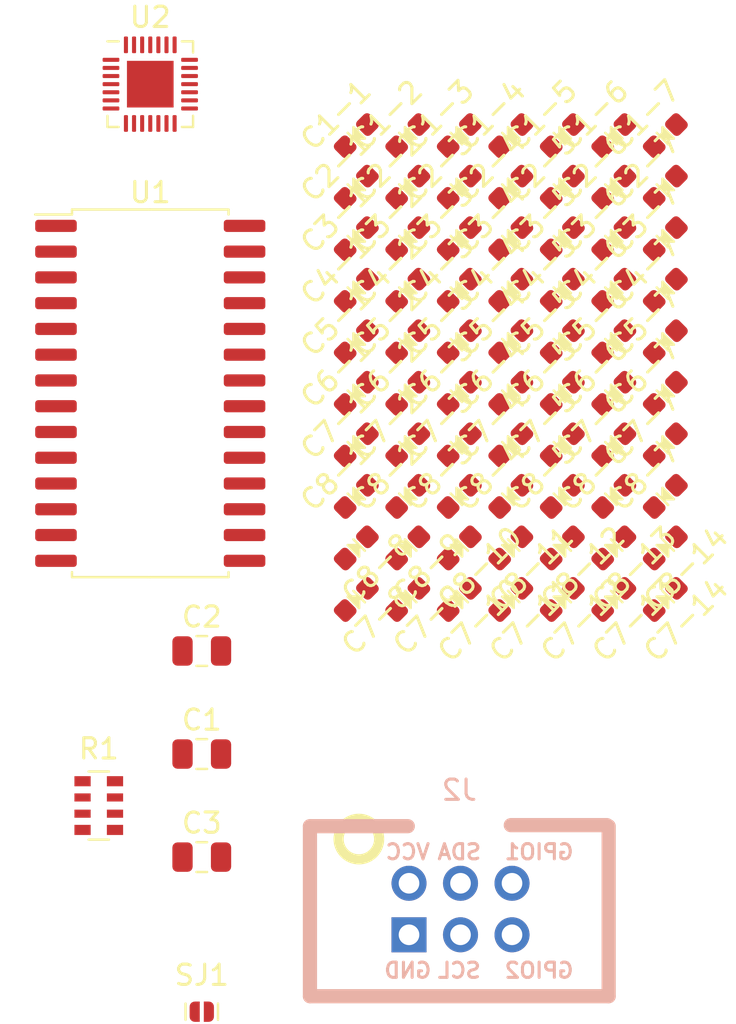
<source format=kicad_pcb>
(kicad_pcb (version 20211014) (generator pcbnew)
  (layers (0 "F.Cu" signal) (31 "B.Cu" signal) (34 "B.Paste" user) (35 "F.Paste" user) (36 "B.SilkS" user "B.Silkscreen") (37 "F.SilkS" user "F.Silkscreen") (38 "B.Mask" user) (39 "F.Mask" user) (44 "Edge.Cuts" user))
  (net 0 "")
  (net 1 "+3.3V")
  (net 8 "/MISO")
  (net 14 "/SCLK")
  (net 15 "/n_MCLR")
  (net 19 "/ICSPCLK")
  (net 20 "/ICSPDAT")
  (net 27 "GND")
  (net 28 "/CA9")
  (net 29 "/INTB")
  (net 30 "Net-(R1-Pad4)")
  (net 31 "/CB1")
  (net 32 "/CB2")
  (net 33 "/CB3")
  (net 34 "/CB4")
  (net 35 "/CB5")
  (net 36 "/CB6")
  (net 37 "/CB7")
  (net 38 "/CB8")
  (net 42 "/ADDR")
  (net 43 "/SDA")
  (net 44 "/SCL")
  (net 45 "/CA2")
  (net 46 "/CA3")
  (net 47 "/CA4")
  (net 48 "/CA5")
  (net 49 "/CA6")
  (net 50 "/CA7")
  (net 51 "/CA8")
  (net 52 "/CA1")
  (footprint "vectrex-sao:C_0603_1608Metric" (layer "F.Cu") (at 93.98 20.32 45)
    (fp_text reference "C1-6" (at 0 -1.43 45) (layer "F.SilkS"))
    (fp_text value "LED0603_NOOUTLINE" hide)
    (pad "1" smd roundrect (at -0.775 0 45) (size 0.9 0.95) (layers "F.Cu" "F.Paste" "F.Mask") (net 52 "/CA1"))
    (pad "2" smd roundrect (at 0.775 0 45) (size 0.9 0.95) (layers "F.Cu" "F.Paste" "F.Mask") (net 51 "/CA8"))
  )
  (footprint "vectrex-sao:C_0603_1608Metric" (layer "F.Cu") (at 96.52 20.32 45)
    (fp_text reference "C1-7" (at 0 -1.43 45) (layer "F.SilkS"))
    (fp_text value "LED0603_NOOUTLINE" hide)
    (pad "1" smd roundrect (at -0.775 0 45) (size 0.9 0.95) (layers "F.Cu" "F.Paste" "F.Mask") (net 52 "/CA1"))
    (pad "2" smd roundrect (at 0.775 0 45) (size 0.9 0.95) (layers "F.Cu" "F.Paste" "F.Mask") (net 28 "/CA9"))
  )
  (footprint "vectrex-sao:C_0603_1608Metric" (layer "F.Cu") (at 81.28 22.86 45)
    (fp_text reference "C2-1" (at 0 -1.43 45) (layer "F.SilkS"))
    (fp_text value "LED0603_NOOUTLINE" hide)
    (pad "1" smd roundrect (at -0.775 0 45) (size 0.9 0.95) (layers "F.Cu" "F.Paste" "F.Mask") (net 45 "/CA2"))
    (pad "2" smd roundrect (at 0.775 0 45) (size 0.9 0.95) (layers "F.Cu" "F.Paste" "F.Mask") (net 46 "/CA3"))
  )
  (footprint "vectrex-sao:C_0603_1608Metric" (layer "F.Cu") (at 83.82 35.56 45)
    (fp_text reference "C7-2" (at 0 -1.43 45) (layer "F.SilkS"))
    (fp_text value "LED0603_NOOUTLINE" hide)
    (pad "1" smd roundrect (at -0.775 0 45) (size 0.9 0.95) (layers "F.Cu" "F.Paste" "F.Mask") (net 50 "/CA7"))
    (pad "2" smd roundrect (at 0.775 0 45) (size 0.9 0.95) (layers "F.Cu" "F.Paste" "F.Mask") (net 46 "/CA3"))
  )
  (footprint "vectrex-sao:C_0603_1608Metric" (layer "F.Cu") (at 93.98 22.86 45)
    (fp_text reference "C2-6" (at 0 -1.43 45) (layer "F.SilkS"))
    (fp_text value "LED0603_NOOUTLINE" hide)
    (pad "1" smd roundrect (at -0.775 0 45) (size 0.9 0.95) (layers "F.Cu" "F.Paste" "F.Mask") (net 45 "/CA2"))
    (pad "2" smd roundrect (at 0.775 0 45) (size 0.9 0.95) (layers "F.Cu" "F.Paste" "F.Mask") (net 51 "/CA8"))
  )
  (footprint "vectrex-sao:C_0603_1608Metric" (layer "F.Cu") (at 96.52 38.1 45)
    (fp_text reference "C8-7" (at 0 -1.43 45) (layer "F.SilkS"))
    (fp_text value "LED0603_NOOUTLINE" hide)
    (pad "1" smd roundrect (at -0.775 0 45) (size 0.9 0.95) (layers "F.Cu" "F.Paste" "F.Mask") (net 51 "/CA8"))
    (pad "2" smd roundrect (at 0.775 0 45) (size 0.9 0.95) (layers "F.Cu" "F.Paste" "F.Mask") (net 28 "/CA9"))
  )
  (footprint "vectrex-sao:C_0603_1608Metric" (layer "F.Cu") (at 81.28 43.18 -135)
    (fp_text reference "C7-8" (at 0 -1.43 45) (layer "F.SilkS"))
    (fp_text value "LED0603_NOOUTLINE" hide)
    (pad "1" smd roundrect (at -0.775 0 225) (size 0.9 0.95) (layers "F.Cu" "F.Paste" "F.Mask") (net 37 "/CB7"))
    (pad "2" smd roundrect (at 0.775 0 225) (size 0.9 0.95) (layers "F.Cu" "F.Paste" "F.Mask") (net 31 "/CB1"))
  )
  (footprint "vectrex-sao:C_0603_1608Metric" (layer "F.Cu") (at 93.98 33.02 45)
    (fp_text reference "C6-6" (at 0 -1.43 45) (layer "F.SilkS"))
    (fp_text value "LED0603_NOOUTLINE" hide)
    (pad "1" smd roundrect (at -0.775 0 45) (size 0.9 0.95) (layers "F.Cu" "F.Paste" "F.Mask") (net 49 "/CA6"))
    (pad "2" smd roundrect (at 0.775 0 45) (size 0.9 0.95) (layers "F.Cu" "F.Paste" "F.Mask") (net 51 "/CA8"))
  )
  (footprint "vectrex-sao:C_0603_1608Metric" (layer "F.Cu") (at 86.36 33.02 45)
    (fp_text reference "C6-3" (at 0 -1.43 45) (layer "F.SilkS"))
    (fp_text value "LED0603_NOOUTLINE" hide)
    (pad "1" smd roundrect (at -0.775 0 45) (size 0.9 0.95) (layers "F.Cu" "F.Paste" "F.Mask") (net 49 "/CA6"))
    (pad "2" smd roundrect (at 0.775 0 45) (size 0.9 0.95) (layers "F.Cu" "F.Paste" "F.Mask") (net 47 "/CA4"))
  )
  (footprint "vectrex-sao:C_0603_1608Metric" (layer "F.Cu") (at 88.9 40.64 -135)
    (fp_text reference "C8-11" (at 0 -1.43 45) (layer "F.SilkS"))
    (fp_text value "LED0603_NOOUTLINE" hide)
    (pad "1" smd roundrect (at -0.775 0 225) (size 0.9 0.95) (layers "F.Cu" "F.Paste" "F.Mask") (net 38 "/CB8"))
    (pad "2" smd roundrect (at 0.775 0 225) (size 0.9 0.95) (layers "F.Cu" "F.Paste" "F.Mask") (net 34 "/CB4"))
  )
  (footprint "vectrex-sao:SolderJumper-2_P1.3mm_Open_RoundedPad1.0x1.5mm" (layer "F.Cu") (at 73.66 63.5)
    (fp_text reference "SJ1" (at 0 -1.8) (layer "F.SilkS"))
    (fp_text value "SOLDERJUMPER" hide)
    (pad "1" smd custom locked (at -0.35 0) (size 0.5 0.5) (layers "F.Cu" "F.Mask") (net 42 "/ADDR") (options (clearance outline) (anchor rect)) (primitives (gr_circle (center 0 0.25) (end 0.25 0.25) (width 0) (fill yes)) (gr_circle (center 0 -0.25) (end 0.25 -0.25) (width 0) (fill yes)) (gr_poly (pts (xy 0 -0.5) (xy 0.25 -0.5) (xy 0.25 0.5) (xy 0 0.5)) (width 0) (fill yes))))
    (pad "2" smd custom locked (at 0.35 0) (size 0.5 0.5) (layers "F.Cu" "F.Mask") (net 1 "+3.3V") (options (clearance outline) (anchor rect)) (primitives (gr_circle (center 0 0.25) (end 0.25 0.25) (width 0) (fill yes)) (gr_circle (center 0 -0.25) (end 0.25 -0.25) (width 0) (fill yes)) (gr_poly (pts (xy 0 -0.5) (xy -0.25 -0.5) (xy -0.25 0.5) (xy 0 0.5)) (width 0) (fill yes))))
  )
  (footprint "vectrex-sao:C_0603_1608Metric" (layer "F.Cu") (at 96.52 33.02 45)
    (fp_text reference "C6-7" (at 0 -1.43 45) (layer "F.SilkS"))
    (fp_text value "LED0603_NOOUTLINE" hide)
    (pad "1" smd roundrect (at -0.775 0 45) (size 0.9 0.95) (layers "F.Cu" "F.Paste" "F.Mask") (net 49 "/CA6"))
    (pad "2" smd roundrect (at 0.775 0 45) (size 0.9 0.95) (layers "F.Cu" "F.Paste" "F.Mask") (net 28 "/CA9"))
  )
  (footprint "vectrex-sao:C_0603_1608Metric" (layer "F.Cu") (at 86.36 22.86 45)
    (fp_text reference "C2-3" (at 0 -1.43 45) (layer "F.SilkS"))
    (fp_text value "LED0603_NOOUTLINE" hide)
    (pad "1" smd roundrect (at -0.775 0 45) (size 0.9 0.95) (layers "F.Cu" "F.Paste" "F.Mask") (net 45 "/CA2"))
    (pad "2" smd roundrect (at 0.775 0 45) (size 0.9 0.95) (layers "F.Cu" "F.Paste" "F.Mask") (net 48 "/CA5"))
  )
  (footprint "vectrex-sao:C_0603_1608Metric" (layer "F.Cu") (at 96.52 35.56 45)
    (fp_text reference "C7-7" (at 0 -1.43 45) (layer "F.SilkS"))
    (fp_text value "LED0603_NOOUTLINE" hide)
    (pad "1" smd roundrect (at -0.775 0 45) (size 0.9 0.95) (layers "F.Cu" "F.Paste" "F.Mask") (net 50 "/CA7"))
    (pad "2" smd roundrect (at 0.775 0 45) (size 0.9 0.95) (layers "F.Cu" "F.Paste" "F.Mask") (net 28 "/CA9"))
  )
  (footprint "vectrex-sao:C_0603_1608Metric" (layer "F.Cu") (at 83.82 40.64 -135)
    (fp_text reference "C8-9" (at 0 -1.43 45) (layer "F.SilkS"))
    (fp_text value "LED0603_NOOUTLINE" hide)
    (pad "1" smd roundrect (at -0.775 0 225) (size 0.9 0.95) (layers "F.Cu" "F.Paste" "F.Mask") (net 38 "/CB8"))
    (pad "2" smd roundrect (at 0.775 0 225) (size 0.9 0.95) (layers "F.Cu" "F.Paste" "F.Mask") (net 32 "/CB2"))
  )
  (footprint "vectrex-sao:C_0603_1608Metric" (layer "F.Cu") (at 88.9 38.1 45)
    (fp_text reference "C8-4" (at 0 -1.43 45) (layer "F.SilkS"))
    (fp_text value "LED0603_NOOUTLINE" hide)
    (pad "1" smd roundrect (at -0.775 0 45) (size 0.9 0.95) (layers "F.Cu" "F.Paste" "F.Mask") (net 51 "/CA8"))
    (pad "2" smd roundrect (at 0.775 0 45) (size 0.9 0.95) (layers "F.Cu" "F.Paste" "F.Mask") (net 48 "/CA5"))
  )
  (footprint "Capacitor_SMD:C_0805_2012Metric" (layer "F.Cu") (at 73.66 50.8)
    (fp_text reference "C1" (at 0 -1.68) (layer "F.SilkS"))
    (fp_text value "10uF")
    (pad "1" smd roundrect (at -0.95 0) (size 1 1.45) (layers "F.Cu" "F.Paste" "F.Mask") (net 1 "+3.3V"))
    (pad "2" smd roundrect (at 0.95 0) (size 1 1.45) (layers "F.Cu" "F.Paste" "F.Mask") (net 27 "GND"))
  )
  (footprint "vectrex-sao:C_0603_1608Metric" (layer "F.Cu") (at 93.98 43.18 -135)
    (fp_text reference "C7-13" (at 0 -1.43 45) (layer "F.SilkS"))
    (fp_text value "LED0603_NOOUTLINE" hide)
    (pad "1" smd roundrect (at -0.775 0 225) (size 0.9 0.95) (layers "F.Cu" "F.Paste" "F.Mask") (net 37 "/CB7"))
    (pad "2" smd roundrect (at 0.775 0 225) (size 0.9 0.95) (layers "F.Cu" "F.Paste" "F.Mask") (net 36 "/CB6"))
  )
  (footprint "vectrex-sao:C_0603_1608Metric" (layer "F.Cu") (at 93.98 38.1 45)
    (fp_text reference "C8-6" (at 0 -1.43 45) (layer "F.SilkS"))
    (fp_text value "LED0603_NOOUTLINE" hide)
    (pad "1" smd roundrect (at -0.775 0 45) (size 0.9 0.95) (layers "F.Cu" "F.Paste" "F.Mask") (net 51 "/CA8"))
    (pad "2" smd roundrect (at 0.775 0 45) (size 0.9 0.95) (layers "F.Cu" "F.Paste" "F.Mask") (net 50 "/CA7"))
  )
  (footprint "vectrex-sao:C_0603_1608Metric" (layer "F.Cu") (at 83.82 25.4 45)
    (fp_text reference "C3-2" (at 0 -1.43 45) (layer "F.SilkS"))
    (fp_text value "LED0603_NOOUTLINE" hide)
    (pad "1" smd roundrect (at -0.775 0 45) (size 0.9 0.95) (layers "F.Cu" "F.Paste" "F.Mask") (net 46 "/CA3"))
    (pad "2" smd roundrect (at 0.775 0 45) (size 0.9 0.95) (layers "F.Cu" "F.Paste" "F.Mask") (net 47 "/CA4"))
  )
  (footprint "vectrex-sao:C_0603_1608Metric" (layer "F.Cu") (at 91.44 30.48 45)
    (fp_text reference "C5-5" (at 0 -1.43 45) (layer "F.SilkS"))
    (fp_text value "LED0603_NOOUTLINE" hide)
    (pad "1" smd roundrect (at -0.775 0 45) (size 0.9 0.95) (layers "F.Cu" "F.Paste" "F.Mask") (net 48 "/CA5"))
    (pad "2" smd roundrect (at 0.775 0 45) (size 0.9 0.95) (layers "F.Cu" "F.Paste" "F.Mask") (net 50 "/CA7"))
  )
  (footprint "vectrex-sao:C_0603_1608Metric" (layer "F.Cu") (at 88.9 35.56 45)
    (fp_text reference "C7-4" (at 0 -1.43 45) (layer "F.SilkS"))
    (fp_text value "LED0603_NOOUTLINE" hide)
    (pad "1" smd roundrect (at -0.775 0 45) (size 0.9 0.95) (layers "F.Cu" "F.Paste" "F.Mask") (net 50 "/CA7"))
    (pad "2" smd roundrect (at 0.775 0 45) (size 0.9 0.95) (layers "F.Cu" "F.Paste" "F.Mask") (net 48 "/CA5"))
  )
  (footprint "vectrex-sao:C_0603_1608Metric" (layer "F.Cu") (at 81.28 33.02 45)
    (fp_text reference "C6-1" (at 0 -1.43 45) (layer "F.SilkS"))
    (fp_text value "LED0603_NOOUTLINE" hide)
    (pad "1" smd roundrect (at -0.775 0 45) (size 0.9 0.95) (layers "F.Cu" "F.Paste" "F.Mask") (net 49 "/CA6"))
    (pad "2" smd roundrect (at 0.775 0 45) (size 0.9 0.95) (layers "F.Cu" "F.Paste" "F.Mask") (net 45 "/CA2"))
  )
  (footprint "vectrex-sao:C_0603_1608Metric" (layer "F.Cu") (at 86.36 40.64 -135)
    (fp_text reference "C8-10" (at 0 -1.43 45) (layer "F.SilkS"))
    (fp_text value "LED0603_NOOUTLINE" hide)
    (pad "1" smd roundrect (at -0.775 0 225) (size 0.9 0.95) (layers "F.Cu" "F.Paste" "F.Mask") (net 38 "/CB8"))
    (pad "2" smd roundrect (at 0.775 0 225) (size 0.9 0.95) (layers "F.Cu" "F.Paste" "F.Mask") (net 33 "/CB3"))
  )
  (footprint "vectrex-sao:C_0603_1608Metric" (layer "F.Cu") (at 83.82 27.94 45)
    (fp_text reference "C4-2" (at 0 -1.43 45) (layer "F.SilkS"))
    (fp_text value "LED0603_NOOUTLINE" hide)
    (pad "1" smd roundrect (at -0.775 0 45) (size 0.9 0.95) (layers "F.Cu" "F.Paste" "F.Mask") (net 47 "/CA4"))
    (pad "2" smd roundrect (at 0.775 0 45) (size 0.9 0.95) (layers "F.Cu" "F.Paste" "F.Mask") (net 46 "/CA3"))
  )
  (footprint "vectrex-sao:C_0603_1608Metric" (layer "F.Cu") (at 83.82 38.1 45)
    (fp_text reference "C8-2" (at 0 -1.43 45) (layer "F.SilkS"))
    (fp_text value "LED0603_NOOUTLINE" hide)
    (pad "1" smd roundrect (at -0.775 0 45) (size 0.9 0.95) (layers "F.Cu" "F.Paste" "F.Mask") (net 51 "/CA8"))
    (pad "2" smd roundrect (at 0.775 0 45) (size 0.9 0.95) (layers "F.Cu" "F.Paste" "F.Mask") (net 46 "/CA3"))
  )
  (footprint "vectrex-sao:C_0603_1608Metric" (layer "F.Cu") (at 83.82 20.32 45)
    (fp_text reference "C1-2" (at 0 -1.43 45) (layer "F.SilkS"))
    (fp_text value "LED0603_NOOUTLINE" hide)
    (pad "1" smd roundrect (at -0.775 0 45) (size 0.9 0.95) (layers "F.Cu" "F.Paste" "F.Mask") (net 52 "/CA1"))
    (pad "2" smd roundrect (at 0.775 0 45) (size 0.9 0.95) (layers "F.Cu" "F.Paste" "F.Mask") (net 47 "/CA4"))
  )
  (footprint "vectrex-sao:C_0603_1608Metric" (layer "F.Cu") (at 96.52 43.18 -135)
    (fp_text reference "C7-14" (at 0 -1.43 45) (layer "F.SilkS"))
    (fp_text value "LED0603_NOOUTLINE" hide)
    (pad "1" smd roundrect (at -0.775 0 225) (size 0.9 0.95) (layers "F.Cu" "F.Paste" "F.Mask") (net 37 "/CB7"))
    (pad "2" smd roundrect (at 0.775 0 225) (size 0.9 0.95) (layers "F.Cu" "F.Paste" "F.Mask") (net 38 "/CB8"))
  )
  (footprint "vectrex-sao:C_0603_1608Metric" (layer "F.Cu") (at 96.52 30.48 45)
    (fp_text reference "C5-7" (at 0 -1.43 45) (layer "F.SilkS"))
    (fp_text value "LED0603_NOOUTLINE" hide)
    (pad "1" smd roundrect (at -0.775 0 45) (size 0.9 0.95) (layers "F.Cu" "F.Paste" "F.Mask") (net 48 "/CA5"))
    (pad "2" smd roundrect (at 0.775 0 45) (size 0.9 0.95) (layers "F.Cu" "F.Paste" "F.Mask") (net 28 "/CA9"))
  )
  (footprint "vectrex-sao:C_0603_1608Metric" (layer "F.Cu") (at 88.9 25.4 45)
    (fp_text reference "C3-4" (at 0 -1.43 45) (layer "F.SilkS"))
    (fp_text value "LED0603_NOOUTLINE" hide)
    (pad "1" smd roundrect (at -0.775 0 45) (size 0.9 0.95) (layers "F.Cu" "F.Paste" "F.Mask") (net 46 "/CA3"))
    (pad "2" smd roundrect (at 0.775 0 45) (size 0.9 0.95) (layers "F.Cu" "F.Paste" "F.Mask") (net 49 "/CA6"))
  )
  (footprint "vectrex-sao:C_0603_1608Metric" (layer "F.Cu") (at 86.36 38.1 45)
    (fp_text reference "C8-3" (at 0 -1.43 45) (layer "F.SilkS"))
    (fp_text value "LED0603_NOOUTLINE" hide)
    (pad "1" smd roundrect (at -0.775 0 45) (size 0.9 0.95) (layers "F.Cu" "F.Paste" "F.Mask") (net 51 "/CA8"))
    (pad "2" smd roundrect (at 0.775 0 45) (size 0.9 0.95) (layers "F.Cu" "F.Paste" "F.Mask") (net 47 "/CA4"))
  )
  (footprint "vectrex-sao:C_0603_1608Metric" (layer "F.Cu") (at 96.52 25.4 45)
    (fp_text reference "C3-7" (at 0 -1.43 45) (layer "F.SilkS"))
    (fp_text value "LED0603_NOOUTLINE" hide)
    (pad "1" smd roundrect (at -0.775 0 45) (size 0.9 0.95) (layers "F.Cu" "F.Paste" "F.Mask") (net 46 "/CA3"))
    (pad "2" smd roundrect (at 0.775 0 45) (size 0.9 0.95) (layers "F.Cu" "F.Paste" "F.Mask") (net 28 "/CA9"))
  )
  (footprint "vectrex-sao:C_0603_1608Metric" (layer "F.Cu") (at 93.98 35.56 45)
    (fp_text reference "C7-6" (at 0 -1.43 45) (layer "F.SilkS"))
    (fp_text value "LED0603_NOOUTLINE" hide)
    (pad "1" smd roundrect (at -0.775 0 45) (size 0.9 0.95) (layers "F.Cu" "F.Paste" "F.Mask") (net 50 "/CA7"))
    (pad "2" smd roundrect (at 0.775 0 45) (size 0.9 0.95) (layers "F.Cu" "F.Paste" "F.Mask") (net 51 "/CA8"))
  )
  (footprint "vectrex-sao:C_0603_1608Metric" (layer "F.Cu") (at 81.28 30.48 45)
    (fp_text reference "C5-1" (at 0 -1.43 45) (layer "F.SilkS"))
    (fp_text value "LED0603_NOOUTLINE" hide)
    (pad "1" smd roundrect (at -0.775 0 45) (size 0.9 0.95) (layers "F.Cu" "F.Paste" "F.Mask") (net 48 "/CA5"))
    (pad "2" smd roundrect (at 0.775 0 45) (size 0.9 0.95) (layers "F.Cu" "F.Paste" "F.Mask") (net 45 "/CA2"))
  )
  (footprint "vectrex-sao:C_0603_1608Metric" (layer "F.Cu") (at 81.28 20.32 45)
    (fp_text reference "C1-1" (at 0 -1.43 45) (layer "F.SilkS"))
    (fp_text value "LED0603_NOOUTLINE" hide)
    (pad "1" smd roundrect (at -0.775 0 45) (size 0.9 0.95) (layers "F.Cu" "F.Paste" "F.Mask") (net 52 "/CA1"))
    (pad "2" smd roundrect (at 0.775 0 45) (size 0.9 0.95) (layers "F.Cu" "F.Paste" "F.Mask") (net 46 "/CA3"))
  )
  (footprint "vectrex-sao:C_0603_1608Metric" (layer "F.Cu") (at 86.36 30.48 45)
    (fp_text reference "C5-3" (at 0 -1.43 45) (layer "F.SilkS"))
    (fp_text value "LED0603_NOOUTLINE" hide)
    (pad "1" smd roundrect (at -0.775 0 45) (size 0.9 0.95) (layers "F.Cu" "F.Paste" "F.Mask") (net 48 "/CA5"))
    (pad "2" smd roundrect (at 0.775 0 45) (size 0.9 0.95) (layers "F.Cu" "F.Paste" "F.Mask") (net 47 "/CA4"))
  )
  (footprint "vectrex-sao:C_0603_1608Metric" (layer "F.Cu") (at 91.44 35.56 45)
    (fp_text reference "C7-5" (at 0 -1.43 45) (layer "F.SilkS"))
    (fp_text value "LED0603_NOOUTLINE" hide)
    (pad "1" smd roundrect (at -0.775 0 45) (size 0.9 0.95) (layers "F.Cu" "F.Paste" "F.Mask") (net 50 "/CA7"))
    (pad "2" smd roundrect (at 0.775 0 45) (size 0.9 0.95) (layers "F.Cu" "F.Paste" "F.Mask") (net 49 "/CA6"))
  )
  (footprint "vectrex-sao:R_Array_Convex_4x0603_CAT16-F4" (layer "F.Cu") (at 68.58 53.34)
    (fp_text reference "R1" (at 0 -2.8) (layer "F.SilkS"))
    (fp_text value "10K")
    (pad "1" smd rect locked (at -0.8 -1.2) (size 0.8 0.5) (layers "F.Cu" "F.Paste" "F.Mask") (net 44 "/SCL"))
    (pad "2" smd rect locked (at -0.8 -0.4) (size 0.8 0.4) (layers "F.Cu" "F.Paste" "F.Mask") (net 43 "/SDA"))
    (pad "3" smd rect locked (at -0.8 0.4) (size 0.8 0.4) (layers "F.Cu" "F.Paste" "F.Mask") (net 42 "/ADDR"))
    (pad "4" smd rect locked (at -0.8 1.2) (size 0.8 0.5) (layers "F.Cu" "F.Paste" "F.Mask") (net 30 "Net-(R1-Pad4)"))
    (pad "5" smd rect locked (at 0.8 1.2) (size 0.8 0.5) (layers "F.Cu" "F.Paste" "F.Mask") (net 27 "GND"))
    (pad "6" smd rect locked (at 0.8 0.4) (size 0.8 0.4) (layers "F.Cu" "F.Paste" "F.Mask") (net 27 "GND"))
    (pad "7" smd rect locked (at 0.8 -0.4) (size 0.8 0.4) (layers "F.Cu" "F.Paste" "F.Mask") (net 1 "+3.3V"))
    (pad "8" smd rect locked (at 0.8 -1.2) (size 0.8 0.5) (layers "F.Cu" "F.Paste" "F.Mask") (net 1 "+3.3V"))
  )
  (footprint "vectrex-sao:C_0603_1608Metric" (layer "F.Cu") (at 93.98 30.48 45)
    (fp_text reference "C5-6" (at 0 -1.43 45) (layer "F.SilkS"))
    (fp_text value "LED0603_NOOUTLINE" hide)
    (pad "1" smd roundrect (at -0.775 0 45) (size 0.9 0.95) (layers "F.Cu" "F.Paste" "F.Mask") (net 48 "/CA5"))
    (pad "2" smd roundrect (at 0.775 0 45) (size 0.9 0.95) (layers "F.Cu" "F.Paste" "F.Mask") (net 51 "/CA8"))
  )
  (footprint "vectrex-sao:Badgelife-SAOv169-SAO-2x3" (layer "F.Cu") (at 86.36 58.42)
    (fp_text reference "J2" (at 0 -5.842) (layer "B.SilkS") (effects (justify mirror)))
    (fp_text value "Badgelife_sao_connector_v169bis" hide)
    (fp_text user "SCL" (at 0 3.048) (layer "B.SilkS") (effects (font (size 0.75 0.75)) (justify mirror)))
    (fp_text user "GND" (at -2.54 3.048 unlocked) (layer "B.SilkS") (effects (font (size 0.75 0.75)) (justify mirror)))
    (fp_text user "SDA" (at 0 -2.794 unlocked) (layer "B.SilkS") (effects (font (size 0.75 0.75)) (justify mirror)))
    (fp_text user "VCC" (at -2.54 -2.794 unlocked) (layer "B.SilkS") (effects (font (size 0.75 0.75)) (justify mirror)))
    (fp_text user "GPIO2" (at 3.937 3.048) (layer "B.SilkS") (effects (font (size 0.75 0.75)) (justify mirror)))
    (fp_text user "GPIO1" (at 3.937 -2.794 unlocked) (layer "B.SilkS") (effects (font (size 0.75 0.75)) (justify mirror)))
    (pad "1" thru_hole oval locked (at -2.48 -1.25 270) (size 1.7272 1.7272) (drill 1.016) (layers *.Cu *.Mask) (net 1 "+3.3V"))
    (pad "2" thru_hole rect locked (at -2.48 1.29 270) (size 1.7272 1.7272) (drill 1.016) (layers *.Cu *.Mask) (net 27 "GND"))
    (pad "3" thru_hole oval locked (at 0.06 -1.25 270) (size 1.7272 1.7272) (drill 1.016) (layers *.Cu *.Mask) (net 43 "/SDA"))
    (pad "4" thru_hole oval locked (at 0.06 1.29 270) (size 1.7272 1.7272) (drill 1.016) (layers *.Cu *.Mask) (net 44 "/SCL"))
    (pad "5" thru_hole circle locked (at 2.6 -1.25 270) (size 1.7272 1.7272) (drill 1.016) (layers *.Cu *.Mask) (net 8 "/MISO"))
    (pad "6" thru_hole circle locked (at 2.6 1.29 270) (size 1.7272 1.7272) (drill 1.016) (layers *.Cu *.Mask) (net 14 "/SCLK"))
  )
  (footprint "vectrex-sao:C_0603_1608Metric" (layer "F.Cu") (at 96.52 27.94 45)
    (fp_text reference "C4-7" (at 0 -1.43 45) (layer "F.SilkS"))
    (fp_text value "LED0603_NOOUTLINE" hide)
    (pad "1" smd roundrect (at -0.775 0 45) (size 0.9 0.95) (layers "F.Cu" "F.Paste" "F.Mask") (net 47 "/CA4"))
    (pad "2" smd roundrect (at 0.775 0 45) (size 0.9 0.95) (layers "F.Cu" "F.Paste" "F.Mask") (net 28 "/CA9"))
  )
  (footprint "vectrex-sao:C_0603_1608Metric" (layer "F.Cu") (at 81.28 25.4 45)
    (fp_text reference "C3-1" (at 0 -1.43 45) (layer "F.SilkS"))
    (fp_text value "LED0603_NOOUTLINE" hide)
    (pad "1" smd roundrect (at -0.775 0 45) (size 0.9 0.95) (layers "F.Cu" "F.Paste" "F.Mask") (net 46 "/CA3"))
    (pad "2" smd roundrect (at 0.775 0 45) (size 0.9 0.95) (layers "F.Cu" "F.Paste" "F.Mask") (net 45 "/CA2"))
  )
  (footprint "vectrex-sao:C_0603_1608Metric" (layer "F.Cu") (at 96.52 22.86 45)
    (fp_text reference "C2-7" (at 0 -1.43 45) (layer "F.SilkS"))
    (fp_text value "LED0603_NOOUTLINE" hide)
    (pad "1" smd roundrect (at -0.775 0 45) (size 0.9 0.95) (layers "F.Cu" "F.Paste" "F.Mask") (net 45 "/CA2"))
    (pad "2" smd roundrect (at 0.775 0 45) (size 0.9 0.95) (layers "F.Cu" "F.Paste" "F.Mask") (net 28 "/CA9"))
  )
  (footprint "vectrex-sao:C_0603_1608Metric" (layer "F.Cu") (at 86.36 25.4 45)
    (fp_text reference "C3-3" (at 0 -1.43 45) (layer "F.SilkS"))
    (fp_text value "LED0603_NOOUTLINE" hide)
    (pad "1" smd roundrect (at -0.775 0 45) (size 0.9 0.95) (layers "F.Cu" "F.Paste" "F.Mask") (net 46 "/CA3"))
    (pad "2" smd roundrect (at 0.775 0 45) (size 0.9 0.95) (layers "F.Cu" "F.Paste" "F.Mask") (net 48 "/CA5"))
  )
  (footprint "vectrex-sao:C_0603_1608Metric" (layer "F.Cu") (at 93.98 25.4 45)
    (fp_text reference "C3-6" (at 0 -1.43 45) (layer "F.SilkS"))
    (fp_text value "LED0603_NOOUTLINE" hide)
    (pad "1" smd roundrect (at -0.775 0 45) (size 0.9 0.95) (layers "F.Cu" "F.Paste" "F.Mask") (net 46 "/CA3"))
    (pad "2" smd roundrect (at 0.775 0 45) (size 0.9 0.95) (layers "F.Cu" "F.Paste" "F.Mask") (net 51 "/CA8"))
  )
  (footprint "vectrex-sao:C_0603_1608Metric" (layer "F.Cu") (at 91.44 38.1 45)
    (fp_text reference "C8-5" (at 0 -1.43 45) (layer "F.SilkS"))
    (fp_text value "LED0603_NOOUTLINE" hide)
    (pad "1" smd roundrect (at -0.775 0 45) (size 0.9 0.95) (layers "F.Cu" "F.Paste" "F.Mask") (net 51 "/CA8"))
    (pad "2" smd roundrect (at 0.775 0 45) (size 0.9 0.95) (layers "F.Cu" "F.Paste" "F.Mask") (net 49 "/CA6"))
  )
  (footprint "Capacitor_SMD:C_0805_2012Metric" (layer "F.Cu") (at 73.66 45.72)
    (fp_text reference "C2" (at 0 -1.68) (layer "F.SilkS"))
    (fp_text value "10uF")
    (pad "1" smd roundrect (at -0.95 0) (size 1 1.45) (layers "F.Cu" "F.Paste" "F.Mask") (net 1 "+3.3V"))
    (pad "2" smd roundrect (at 0.95 0) (size 1 1.45) (layers "F.Cu" "F.Paste" "F.Mask") (net 27 "GND"))
  )
  (footprint "vectrex-sao:C_0603_1608Metric" (layer "F.Cu") (at 88.9 27.94 45)
    (fp_text reference "C4-4" (at 0 -1.43 45) (layer "F.SilkS"))
    (fp_text value "LED0603_NOOUTLINE" hide)
    (pad "1" smd roundrect (at -0.775 0 45) (size 0.9 0.95) (layers "F.Cu" "F.Paste" "F.Mask") (net 47 "/CA4"))
    (pad "2" smd roundrect (at 0.775 0 45) (size 0.9 0.95) (layers "F.Cu" "F.Paste" "F.Mask") (net 49 "/CA6"))
  )
  (footprint "vectrex-sao:C_0603_1608Metric" (layer "F.Cu") (at 83.82 33.02 45)
    (fp_text reference "C6-2" (at 0 -1.43 45) (layer "F.SilkS"))
    (fp_text value "LED0603_NOOUTLINE" hide)
    (pad "1" smd roundrect (at -0.775 0 45) (size 0.9 0.95) (layers "F.Cu" "F.Paste" "F.Mask") (net 49 "/CA6"))
    (pad "2" smd roundrect (at 0.775 0 45) (size 0.9 0.95) (layers "F.Cu" "F.Paste" "F.Mask") (net 46 "/CA3"))
  )
  (footprint "vectrex-sao:C_0603_1608Metric" (layer "F.Cu") (at 86.36 43.18 -135)
    (fp_text reference "C7-10" (at 0 -1.43 45) (layer "F.SilkS"))
    (fp_text value "LED0603_NOOUTLINE" hide)
    (pad "1" smd roundrect (at -0.775 0 225) (size 0.9 0.95) (layers "F.Cu" "F.Paste" "F.Mask") (net 37 "/CB7"))
    (pad "2" smd roundrect (at 0.775 0 225) (size 0.9 0.95) (layers "F.Cu" "F.Paste" "F.Mask") (net 33 "/CB3"))
  )
  (footprint "Package_SO:SOIC-28W_7.5x17.9mm_P1.27mm" (layer "F.Cu") (at 71.12 33.02)
    (fp_text reference "U1" (at 0 -9.9) (layer "F.SilkS"))
    (fp_text value "PIC16F886-IP" hide)
    (pad "1" smd roundrect (at -4.65 -8.255) (size 2.05 0.6) (layers "F.Cu" "F.Paste" "F.Mask") (net 15 "/n_MCLR"))
    (pad "2" smd roundrect (at -4.65 -6.985) (size 2.05 0.6) (layers "F.Cu" "F.Paste" "F.Mask"))
    (pad "3" smd roundrect (at -4.65 -5.715) (size 2.05 0.6) (layers "F.Cu" "F.Paste" "F.Mask"))
    (pad "4" smd roundrect (at -4.65 -4.445) (size 2.05 0.6) (layers "F.Cu" "F.Paste" "F.Mask"))
    (pad "5" smd roundrect (at -4.65 -3.175) (size 2.05 0.6) (layers "F.Cu" "F.Paste" "F.Mask"))
    (pad "6" smd roundrect (at -4.65 -1.905) (size 2.05 0.6) (layers "F.Cu" "F.Paste" "F.Mask"))
    (pad "7" smd roundrect (at -4.65 -0.635) (size 2.05 0.6) (layers "F.Cu" "F.Paste" "F.Mask"))
    (pad "8" smd roundrect (at -4.65 0.635) (size 2.05 0.6) (layers "F.Cu" "F.Paste" "F.Mask") (net 27 "GND"))
    (pad "9" smd roundrect (at -4.65 1.905) (size 2.05 0.6) (layers "F.Cu" "F.Paste" "F.Mask"))
    (pad "10" smd roundrect (at -4.65 3.175) (size 2.05 0.6) (layers "F.Cu" "F.Paste" "F.Mask"))
    (pad "11" smd roundrect (at -4.65 4.445) (size 2.05 0.6) (layers "F.Cu" "F.Paste" "F.Mask"))
    (pad "12" smd roundrect (at -4.65 5.715) (size 2.05 0.6) (layers "F.Cu" "F.Paste" "F.Mask"))
    (pad "13" smd roundrect (at -4.65 6.985) (size 2.05 0.6) (layers "F.Cu" "F.Paste" "F.Mask"))
    (pad "14" smd roundrect (at -4.65 8.255) (size 2.05 0.6) (layers "F.Cu" "F.Paste" "F.Mask") (net 44 "/SCL"))
    (pad "15" smd roundrect (at 4.65 8.255) (size 2.05 0.6) (layers "F.Cu" "F.Paste" "F.Mask") (net 43 "/SDA"))
    (pad "16" smd roundrect (at 4.65 6.985) (size 2.05 0.6) (layers "F.Cu" "F.Paste" "F.Mask"))
    (pad "17" smd roundrect (at 4.65 5.715) (size 2.05 0.6) (layers "F.Cu" "F.Paste" "F.Mask"))
    (pad "18" smd roundrect (at 4.65 4.445) (size 2.05 0.6) (layers "F.Cu" "F.Paste" "F.Mask"))
    (pad "19" smd roundrect (at 4.65 3.175) (size 2.05 0.6) (layers "F.Cu" "F.Paste" "F.Mask") (net 27 "GND"))
    (pad "20" smd roundrect (at 4.65 1.905) (size 2.05 0.6) (layers "F.Cu" "F.Paste" "F.Mask") (net 1 "+3.3V"))
    (pad "21" smd roundrect (at 4.65 0.635) (size 2.05 0.6) (layers "F.Cu" "F.Paste" "F.Mask"))
    (pad "22" smd roundrect (at 4.65 -0.635) (size 2.05 0.6) (layers "F.Cu" "F.Paste" "F.Mask"))
    (pad "23" smd roundrect (at 4.65 -1.905) (size 2.05 0.6) (layers "F.Cu" "F.Paste" "F.Mask"))
    (pad "24" smd roundrect (at 4.65 -3.175) (size 2.05 0.6) (layers "F.Cu" "F.Paste" "F.Mask"))
    (pad "25" smd roundrect (at 4.65 -4.445) (size 2.05 0.6) (layers "F.Cu" "F.Paste" "F.Mask"))
    (pad "26" smd roundrect (at 4.65 -5.715) (size 2.05 0.6) (layers "F.Cu" "F.Paste" "F.Mask"))
    (pad "27" smd roundrect (at 4.65 -6.985) (size 2.05 0.6) (layers "F.Cu" "F.Paste" "F.Mask") (net 19 "/ICSPCLK"))
    (pad "28" smd roundrect (at 4.65 -8.255) (size 2.05 0.6) (layers "F.Cu" "F.Paste" "F.Mask") (net 20 "/ICSPDAT"))
  )
  (footprint "vectrex-sao:C_0603_1608Metric" (layer "F.Cu") (at 81.28 35.56 45)
    (fp_text reference "C7-1" (at 0 -1.43 45) (layer "F.SilkS"))
    (fp_text value "LED0603_NOOUTLINE" hide)
    (pad "1" smd roundrect (at -0.775 0 45) (size 0.9 0.95) (layers "F.Cu" "F.Paste" "F.Mask") (net 50 "/CA7"))
    (pad "2" smd roundrect (at 0.775 0 45) (size 0.9 0.95) (layers "F.Cu" "F.Paste" "F.Mask") (net 45 "/CA2"))
  )
  (footprint "vectrex-sao:C_0603_1608Metric" (layer "F.Cu") (at 91.44 43.18 -135)
    (fp_text reference "C7-12" (at 0 -1.43 45) (layer "F.SilkS"))
    (fp_text value "LED0603_NOOUTLINE" hide)
    (pad "1" smd roundrect (at -0.775 0 225) (size 0.9 0.95) (layers "F.Cu" "F.Paste" "F.Mask") (net 37 "/CB7"))
    (pad "2" smd roundrect (at 0.775 0 225) (size 0.9 0.95) (layers "F.Cu" "F.Paste" "F.Mask") (net 35 "/CB5"))
  )
  (footprint "vectrex-sao:C_0603_1608Metric" (layer "F.Cu") (at 88.9 33.02 45)
    (fp_text reference "C6-4" (at 0 -1.43 45) (layer "F.SilkS"))
    (fp_text value "LED0603_NOOUTLINE" hide)
    (pad "1" smd roundrect (at -0.775 0 45) (size 0.9 0.95) (layers "F.Cu" "F.Paste" "F.Mask") (net 49 "/CA6"))
    (pad "2" smd roundrect (at 0.775 0 45) (size 0.9 0.95) (layers "F.Cu" "F.Paste" "F.Mask") (net 48 "/CA5"))
  )
  (footprint "vectrex-sao:C_0603_1608Metric" (layer "F.Cu") (at 93.98 27.94 45)
    (fp_text reference "C4-6" (at 0 -1.43 45) (layer "F.SilkS"))
    (fp_text value "LED0603_NOOUTLINE" hide)
    (pad "1" smd roundrect (at -0.775 0 45) (size 0.9 0.95) (layers "F.Cu" "F.Paste" "F.Mask") (net 47 "/CA4"))
    (pad "2" smd roundrect (at 0.775 0 45) (size 0.9 0.95) (layers "F.Cu" "F.Paste" "F.Mask") (net 51 "/CA8"))
  )
  (footprint "Capacitor_SMD:C_0805_2012Metric" (layer "F.Cu") (at 73.66 55.88)
    (fp_text reference "C3" (at 0 -1.68) (layer "F.SilkS"))
    (fp_text value "0.1uF")
    (pad "1" smd roundrect (at -0.95 0) (size 1 1.45) (layers "F.Cu" "F.Paste" "F.Mask") (net 1 "+3.3V"))
    (pad "2" smd roundrect (at 0.95 0) (size 1 1.45) (layers "F.Cu" "F.Paste" "F.Mask") (net 27 "GND"))
  )
  (footprint "vectrex-sao:C_0603_1608Metric" (layer "F.Cu") (at 81.28 27.94 45)
    (fp_text reference "C4-1" (at 0 -1.43 45) (layer "F.SilkS"))
    (fp_text value "LED0603_NOOUTLINE" hide)
    (pad "1" smd roundrect (at -0.775 0 45) (size 0.9 0.95) (layers "F.Cu" "F.Paste" "F.Mask") (net 47 "/CA4"))
    (pad "2" smd roundrect (at 0.775 0 45) (size 0.9 0.95) (layers "F.Cu" "F.Paste" "F.Mask") (net 45 "/CA2"))
  )
  (footprint "vectrex-sao:C_0603_1608Metric" (layer "F.Cu") (at 96.52 40.64 -135)
    (fp_text reference "C8-14" (at 0 -1.43 45) (layer "F.SilkS"))
    (fp_text value "LED0603_NOOUTLINE" hide)
    (pad "1" smd roundrect (at -0.775 0 225) (size 0.9 0.95) (layers "F.Cu" "F.Paste" "F.Mask") (net 38 "/CB8"))
    (pad "2" smd roundrect (at 0.775 0 225) (size 0.9 0.95) (layers "F.Cu" "F.Paste" "F.Mask") (net 37 "/CB7"))
  )
  (footprint "vectrex-sao:C_0603_1608Metric" (layer "F.Cu") (at 88.9 30.48 45)
    (fp_text reference "C5-4" (at 0 -1.43 45) (layer "F.SilkS"))
    (fp_text value "LED0603_NOOUTLINE" hide)
    (pad "1" smd roundrect (at -0.775 0 45) (size 0.9 0.95) (layers "F.Cu" "F.Paste" "F.Mask") (net 48 "/CA5"))
    (pad "2" smd roundrect (at 0.775 0 45) (size 0.9 0.95) (layers "F.Cu" "F.Paste" "F.Mask") (net 49 "/CA6"))
  )
  (footprint "vectrex-sao:C_0603_1608Metric" (layer "F.Cu") (at 88.9 22.86 45)
    (fp_text reference "C2-4" (at 0 -1.43 45) (layer "F.SilkS"))
    (fp_text value "LED0603_NOOUTLINE" hide)
    (pad "1" smd roundrect (at -0.775 0 45) (size 0.9 0.95) (layers "F.Cu" "F.Paste" "F.Mask") (net 45 "/CA2"))
    (pad "2" smd roundrect (at 0.775 0 45) (size 0.9 0.95) (layers "F.Cu" "F.Paste" "F.Mask") (net 49 "/CA6"))
  )
  (footprint "vectrex-sao:C_0603_1608Metric" (layer "F.Cu") (at 86.36 35.56 45)
    (fp_text reference "C7-3" (at 0 -1.43 45) (layer "F.SilkS"))
    (fp_text value "LED0603_NOOUTLINE" hide)
    (pad "1" smd roundrect (at -0.775 0 45) (size 0.9 0.95) (layers "F.Cu" "F.Paste" "F.Mask") (net 50 "/CA7"))
    (pad "2" smd roundrect (at 0.775 0 45) (size 0.9 0.95) (layers "F.Cu" "F.Paste" "F.Mask") (net 47 "/CA4"))
  )
  (footprint "vectrex-sao:C_0603_1608Metric" (layer "F.Cu") (at 91.44 20.32 45)
    (fp_text reference "C1-5" (at 0 -1.43 45) (layer "F.SilkS"))
    (fp_text value "LED0603_NOOUTLINE" hide)
    (pad "1" smd roundrect (at -0.775 0 45) (size 0.9 0.95) (layers "F.Cu" "F.Paste" "F.Mask") (net 52 "/CA1"))
    (pad "2" smd roundrect (at 0.775 0 45) (size 0.9 0.95) (layers "F.Cu" "F.Paste" "F.Mask") (net 50 "/CA7"))
  )
  (footprint "vectrex-sao:C_0603_1608Metric" (layer "F.Cu") (at 88.9 20.32 45)
    (fp_text reference "C1-4" (at 0 -1.43 45) (layer "F.SilkS"))
    (fp_text value "LED0603_NOOUTLINE" hide)
    (pad "1" smd roundrect (at -0.775 0 45) (size 0.9 0.95) (layers "F.Cu" "F.Paste" "F.Mask") (net 52 "/CA1"))
    (pad "2" smd roundrect (at 0.775 0 45) (size 0.9 0.95) (layers "F.Cu" "F.Paste" "F.Mask") (net 49 "/CA6"))
  )
  (footprint "vectrex-sao:C_0603_1608Metric" (layer "F.Cu") (at 86.36 27.94 45)
    (fp_text reference "C4-3" (at 0 -1.43 45) (layer "F.SilkS"))
    (fp_text value "LED0603_NOOUTLINE" hide)
    (pad "1" smd roundrect (at -0.775 0 45) (size 0.9 0.95) (layers "F.Cu" "F.Paste" "F.Mask") (net 47 "/CA4"))
    (pad "2" smd roundrect (at 0.775 0 45) (size 0.9 0.95) (layers "F.Cu" "F.Paste" "F.Mask") (net 48 "/CA5"))
  )
  (footprint "vectrex-sao:C_0603_1608Metric" (layer "F.Cu") (at 81.28 40.64 -135)
    (fp_text reference "C8-8" (at 0 -1.43 45) (layer "F.SilkS"))
    (fp_text value "LED0603_NOOUTLINE" hide)
    (pad "1" smd roundrect (at -0.775 0 225) (size 0.9 0.95) (layers "F.Cu" "F.Paste" "F.Mask") (net 38 "/CB8"))
    (pad "2" smd roundrect (at 0.775 0 225) (size 0.9 0.95) (layers "F.Cu" "F.Paste" "F.Mask") (net 31 "/CB1"))
  )
  (footprint "vectrex-sao:C_0603_1608Metric" (layer "F.Cu") (at 91.44 27.94 45)
    (fp_text reference "C4-5" (at 0 -1.43 45) (layer "F.SilkS"))
    (fp_text value "LED0603_NOOUTLINE" hide)
    (pad "1" smd roundrect (at -0.775 0 45) (size 0.9 0.95) (layers "F.Cu" "F.Paste" "F.Mask") (net 47 "/CA4"))
    (pad "2" smd roundrect (at 0.775 0 45) (size 0.9 0.95) (layers "F.Cu" "F.Paste" "F.Mask") (net 50 "/CA7"))
  )
  (footprint "vectrex-sao:C_0603_1608Metric" (layer "F.Cu") (at 83.82 22.86 45)
    (fp_text reference "C2-2" (at 0 -1.43 45) (layer "F.SilkS"))
    (fp_text value "LED0603_NOOUTLINE" hide)
    (pad "1" smd roundrect (at -0.775 0 45) (size 0.9 0.95) (layers "F.Cu" "F.Paste" "F.Mask") (net 45 "/CA2"))
    (pad "2" smd roundrect (at 0.775 0 45) (size 0.9 0.95) (layers "F.Cu" "F.Paste" "F.Mask") (net 47 "/CA4"))
  )
  (footprint "vectrex-sao:C_0603_1608Metric" (layer "F.Cu") (at 81.28 38.1 45)
    (fp_text reference "C8-1" (at 0 -1.43 45) (layer "F.SilkS"))
    (fp_text value "LED0603_NOOUTLINE" hide)
    (pad "1" smd roundrect (at -0.775 0 45) (size 0.9 0.95) (layers "F.Cu" "F.Paste" "F.Mask") (net 51 "/CA8"))
    (pad "2" smd roundrect (at 0.775 0 45) (size 0.9 0.95) (layers "F.Cu" "F.Paste" "F.Mask") (net 45 "/CA2"))
  )
  (footprint "vectrex-sao:C_0603_1608Metric" (layer "F.Cu") (at 93.98 40.64 -135)
    (fp_text reference "C8-13" (at 0 -1.43 45) (layer "F.SilkS"))
    (fp_text value "LED0603_NOOUTLINE" hide)
    (pad "1" smd roundrect (at -0.775 0 225) (size 0.9 0.95) (layers "F.Cu" "F.Paste" "F.Mask") (net 38 "/CB8"))
    (pad "2" smd roundrect (at 0.775 0 225) (size 0.9 0.95) (layers "F.Cu" "F.Paste" "F.Mask") (net 36 "/CB6"))
  )
  (footprint "vectrex-sao:C_0603_1608Metric" (layer "F.Cu") (at 83.82 43.18 -135)
    (fp_text reference "C7-9" (at 0 -1.43 45) (layer "F.SilkS"))
    (fp_text value "LED0603_NOOUTLINE" hide)
    (pad "1" smd roundrect (at -0.775 0 225) (size 0.9 0.95) (layers "F.Cu" "F.Paste" "F.Mask") (net 37 "/CB7"))
    (pad "2" smd roundrect (at 0.775 0 225) (size 0.9 0.95) (layers "F.Cu" "F.Paste" "F.Mask") (net 32 "/CB2"))
  )
  (footprint "Package_DFN_QFN:QFN-28-1EP_4x4mm_P0.4mm_EP2.3x2.3mm" (layer "F.Cu") (at 71.12 17.78)
    (fp_text reference "U2" (at 0 -3.3) (layer "F.SilkS"))
    (fp_text value "IS31FL3731-SALS2")
    (pad "1" smd roundrect (at -1.9375 -1.2) (size 0.825 0.2) (layers "F.Cu" "F.Paste" "F.Mask") (net 28 "/CA9"))
    (pad "2" smd roundrect (at -1.9375 -0.8) (size 0.825 0.2) (layers "F.Cu" "F.Paste" "F.Mask") (net 1 "+3.3V"))
    (pad "3" smd roundrect (at -1.9375 -0.4) (size 0.825 0.2) (layers "F.Cu" "F.Paste" "F.Mask") (net 1 "+3.3V"))
    (pad "4" smd roundrect (at -1.9375 0) (size 0.825 0.2) (layers "F.Cu" "F.Paste" "F.Mask") (net 29 "/INTB"))
    (pad "5" smd roundrect (at -1.9375 0.4) (size 0.825 0.2) (layers "F.Cu" "F.Paste" "F.Mask") (net 27 "GND"))
    (pad "6" smd roundrect (at -1.9375 0.8) (size 0.825 0.2) (layers "F.Cu" "F.Paste" "F.Mask") (net 30 "Net-(R1-Pad4)"))
    (pad "7" smd roundrect (at -1.9375 1.2) (size 0.825 0.2) (layers "F.Cu" "F.Paste" "F.Mask") (net 31 "/CB1"))
    (pad "8" smd roundrect (at -1.2 1.9375) (size 0.2 0.825) (layers "F.Cu" "F.Paste" "F.Mask") (net 32 "/CB2"))
    (pad "9" smd roundrect (at -0.8 1.9375) (size 0.2 0.825) (layers "F.Cu" "F.Paste" "F.Mask") (net 33 "/CB3"))
    (pad "10" smd roundrect (at -0.4 1.9375) (size 0.2 0.825) (layers "F.Cu" "F.Paste" "F.Mask") (net 34 "/CB4"))
    (pad "11" smd roundrect (at 0 1.9375) (size 0.2 0.825) (layers "F.Cu" "F.Paste" "F.Mask") (net 35 "/CB5"))
    (pad "12" smd roundrect (at 0.4 1.9375) (size 0.2 0.825) (layers "F.Cu" "F.Paste" "F.Mask") (net 36 "/CB6"))
    (pad "13" smd roundrect (at 0.8 1.9375) (size 0.2 0.825) (layers "F.Cu" "F.Paste" "F.Mask") (net 37 "/CB7"))
    (pad "14" smd roundrect (at 1.2 1.9375) (size 0.2 0.825) (layers "F.Cu" "F.Paste" "F.Mask") (net 38 "/CB8"))
    (pad "15" smd roundrect (at 1.9375 1.2) (size 0.825 0.2) (layers "F.Cu" "F.Paste" "F.Mask"))
    (pad "16" smd roundrect (at 1.9375 0.8) (size 0.825 0.2) (layers "F.Cu" "F.Paste" "F.Mask"))
    (pad "17" smd roundrect (at 1.9375 0.4) (size 0.825 0.2) (layers "F.Cu" "F.Paste" "F.Mask"))
    (pad "18" smd roundrect (at 1.9375 0) (size 0.825 0.2) (layers "F.Cu" "F.Paste" "F.Mask") (net 42 "/ADDR"))
    (pad "19" smd roundrect (at 1.9375 -0.4) (size 0.825 0.2) (layers "F.Cu" "F.Paste" "F.Mask") (net 43 "/SDA"))
    (pad "20" smd roundrect (at 1.9375 -0.8) (size 0.825 0.2) (layers "F.Cu" "F.Paste" "F.Mask") (net 44 "/SCL"))
    (pad "21" smd roundrect (at 1.9375 -1.2) (size 0.825 0.2) (layers "F.Cu" "F.Paste" "F.Mask") (net 52 "/CA1"))
    (pad "22" smd roundrect (at 1.2 -1.9375) (size 0.2 0.825) (layers "F.Cu" "F.Paste" "F.Mask") (net 45 "/CA2"))
    (pad "23" smd roundrect (at 0.8 -1.9375) (size 0.2 0.825) (layers "F.Cu" "F.Paste" "F.Mask") (net 46 "/CA3"))
    (pad "24" smd roundrect (at 0.4 -1.9375) (size 0.2 0.825) (layers "F.Cu" "F.Paste" "F.Mask") (net 47 "/CA4"))
    (pad "25" smd roundrect (at 0 -1.9375) (size 0.2 0.825) (layers "F.Cu" "F.Paste" "F.Mask") (net 48 "/CA5"))
    (pad "26" smd roundrect (at -0.4 -1.9375) (size 0.2 0.825) (layers "F.Cu" "F.Paste" "F.Mask") (net 49 "/CA6"))
    (pad "27" smd roundrect (at -0.8 -1.9375) (size 0.2 0.825) (layers "F.Cu" "F.Paste" "F.Mask") (net 50 "/CA7"))
    (pad "28" smd roundrect (at -1.2 -1.9375) (size 0.2 0.825) (layers "F.Cu" "F.Paste" "F.Mask") (net 51 "/CA8"))
    (pad "29" smd rect (at 0 0) (size 2.3 2.3) (layers "F.Cu" "F.Mask"))
  )
  (footprint "vectrex-sao:C_0603_1608Metric" (layer "F.Cu") (at 91.44 25.4 45)
    (fp_text reference "C3-5" (at 0 -1.43 45) (layer "F.SilkS"))
    (fp_text value "LED0603_NOOUTLINE" hide)
    (pad "1" smd roundrect (at -0.775 0 45) (size 0.9 0.95) (layers "F.Cu" "F.Paste" "F.Mask") (net 46 "/CA3"))
    (pad "2" smd roundrect (at 0.775 0 45) (size 0.9 0.95) (layers "F.Cu" "F.Paste" "F.Mask") (net 50 "/CA7"))
  )
  (footprint "vectrex-sao:C_0603_1608Metric" (layer "F.Cu") (at 91.44 33.02 45)
    (fp_text reference "C6-5" (at 0 -1.43 45) (layer "F.SilkS"))
    (fp_text value "LED0603_NOOUTLINE" hide)
    (pad "1" smd roundrect (at -0.775 0 45) (size 0.9 0.95) (layers "F.Cu" "F.Paste" "F.Mask") (net 49 "/CA6"))
    (pad "2" smd roundrect (at 0.775 0 45) (size 0.9 0.95) (layers "F.Cu" "F.Paste" "F.Mask") (net 50 "/CA7"))
  )
  (footprint "vectrex-sao:C_0603_1608Metric" (layer "F.Cu") (at 83.82 30.48 45)
    (fp_text reference "C5-2" (at 0 -1.43 45) (layer "F.SilkS"))
    (fp_text value "LED0603_NOOUTLINE" hide)
    (pad "1" smd roundrect (at -0.775 0 45) (size 0.9 0.95) (layers "F.Cu" "F.Paste" "F.Mask") (net 48 "/CA5"))
    (pad "2" smd roundrect (at 0.775 0 45) (size 0.9 0.95) (layers "F.Cu" "F.Paste" "F.Mask") (net 46 "/CA3"))
  )
  (footprint "vectrex-sao:C_0603_1608Metric" (layer "F.Cu") (at 86.36 20.32 45)
    (fp_text reference "C1-3" (at 0 -1.43 45) (layer "F.SilkS"))
    (fp_text value "LED0603_NOOUTLINE" hide)
    (pad "1" smd roundrect (at -0.775 0 45) (size 0.9 0.95) (layers "F.Cu" "F.Paste" "F.Mask") (net 52 "/CA1"))
    (pad "2" smd roundrect (at 0.775 0 45) (size 0.9 0.95) (layers "F.Cu" "F.Paste" "F.Mask") (net 48 "/CA5"))
  )
  (footprint "vectrex-sao:C_0603_1608Metric" (layer "F.Cu") (at 91.44 22.86 45)
    (fp_text reference "C2-5" (at 0 -1.43 45) (layer "F.SilkS"))
    (fp_text value "LED0603_NOOUTLINE" hide)
    (pad "1" smd roundrect (at -0.775 0 45) (size 0.9 0.95) (layers "F.Cu" "F.Paste" "F.Mask") (net 45 "/CA2"))
    (pad "2" smd roundrect (at 0.775 0 45) (size 0.9 0.95) (layers "F.Cu" "F.Paste" "F.Mask") (net 50 "/CA7"))
  )
  (footprint "vectrex-sao:C_0603_1608Metric" (layer "F.Cu") (at 91.44 40.64 -135)
    (fp_text reference "C8-12" (at 0 -1.43 45) (layer "F.SilkS"))
    (fp_text value "LED0603_NOOUTLINE" hide)
    (pad "1" smd roundrect (at -0.775 0 225) (size 0.9 0.95) (layers "F.Cu" "F.Paste" "F.Mask") (net 38 "/CB8"))
    (pad "2" smd roundrect (at 0.775 0 225) (size 0.9 0.95) (layers "F.Cu" "F.Paste" "F.Mask") (net 35 "/CB5"))
  )
  (footprint "vectrex-sao:C_0603_1608Metric" (layer "F.Cu") (at 88.9 43.18 -135)
    (fp_text reference "C7-11" (at 0 -1.43 45) (layer "F.SilkS"))
    (fp_text value "LED0603_NOOUTLINE" hide)
    (pad "1" smd roundrect (at -0.775 0 225) (size 0.9 0.95) (layers "F.Cu" "F.Paste" "F.Mask") (net 37 "/CB7"))
    (pad "2" smd roundrect (at 0.775 0 225) (size 0.9 0.95) (layers "F.Cu" "F.Paste" "F.Mask") (net 34 "/CB4"))
  )
)
</source>
